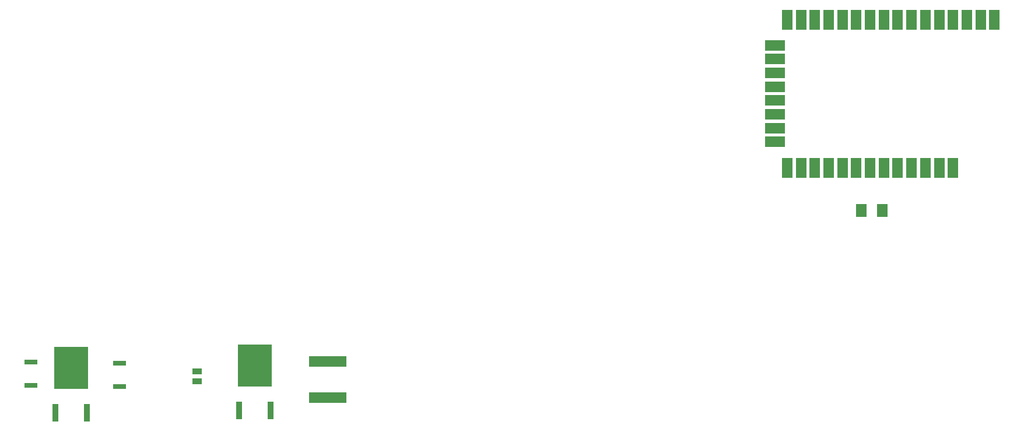
<source format=gbr>
%TF.GenerationSoftware,Altium Limited,Altium Designer,25.8.1 (18)*%
G04 Layer_Color=128*
%FSLAX45Y45*%
%MOMM*%
%TF.SameCoordinates,56FEC790-4A4F-4F9A-8951-50DBF4044865*%
%TF.FilePolarity,Positive*%
%TF.FileFunction,Paste,Bot*%
%TF.Part,Single*%
G01*
G75*
%TA.AperFunction,SMDPad,CuDef*%
%ADD29R,1.90620X0.75620*%
%TA.AperFunction,ConnectorPad*%
%ADD51R,1.52400X2.84480*%
%TA.AperFunction,SMDPad,CuDef*%
%ADD52R,4.90000X6.20000*%
%ADD53R,1.50000X1.90000*%
%ADD54R,5.40000X1.55000*%
%ADD55R,1.35000X0.95000*%
%ADD56R,0.95000X2.60000*%
%TA.AperFunction,ConnectorPad*%
%ADD57R,2.84480X1.52400*%
D29*
X4792537Y3723200D02*
D03*
Y3378200D02*
D03*
X3509837Y3741200D02*
D03*
Y3396200D02*
D03*
D51*
X16495660Y6558080D02*
D03*
X16295001D02*
D03*
X17097641Y8706920D02*
D03*
X14489061D02*
D03*
X16896980Y6558080D02*
D03*
X14890381D02*
D03*
X14489061D02*
D03*
X16696321D02*
D03*
X17498961Y8706920D02*
D03*
X17298302D02*
D03*
X16896980D02*
D03*
X16696321D02*
D03*
X16495660D02*
D03*
X16295001D02*
D03*
X16094341D02*
D03*
X15893681D02*
D03*
X15693021D02*
D03*
X15492361D02*
D03*
X15291701D02*
D03*
X15091042D02*
D03*
X14890381D02*
D03*
X14689722D02*
D03*
Y6558080D02*
D03*
X15091042D02*
D03*
X15291701D02*
D03*
X15492361D02*
D03*
X15693021D02*
D03*
X15893681D02*
D03*
X16094341D02*
D03*
D52*
X4094037Y3651300D02*
D03*
X6761037Y3683000D02*
D03*
D53*
X15567500Y5942500D02*
D03*
X15867500D02*
D03*
D54*
X7815137Y3742300D02*
D03*
Y3217300D02*
D03*
D55*
X5922837Y3605600D02*
D03*
Y3455600D02*
D03*
D56*
X4322037Y3001300D02*
D03*
X3866037D02*
D03*
X6989037Y3033000D02*
D03*
X6533037D02*
D03*
D57*
X14313800Y8338619D02*
D03*
Y8137959D02*
D03*
Y7937299D02*
D03*
Y7736639D02*
D03*
Y7535979D02*
D03*
Y7335319D02*
D03*
Y7134659D02*
D03*
Y6933999D02*
D03*
%TF.MD5,758a5d6a2e03c3226243d1f6965b0032*%
M02*

</source>
